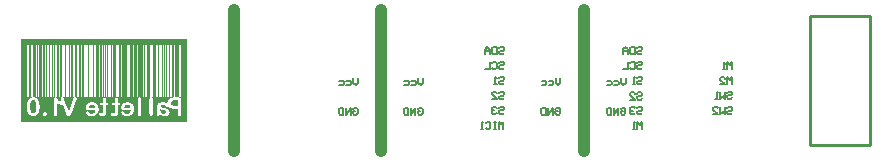
<source format=gbo>
G04 Layer_Color=32896*
%FSLAX25Y25*%
%MOIN*%
G70*
G01*
G75*
%ADD32C,0.01000*%
%ADD48C,0.00500*%
%ADD49C,0.03937*%
G36*
X77658Y9843D02*
X22532D01*
Y37303D01*
X77658D01*
Y9843D01*
D02*
G37*
%LPC*%
G36*
X35524Y35303D02*
X35012D01*
Y18128D01*
X35524D01*
Y35303D01*
D02*
G37*
G36*
X34501D02*
X33734D01*
Y18128D01*
X34501D01*
Y35303D01*
D02*
G37*
G36*
X37057D02*
X36546D01*
Y18128D01*
X37057D01*
Y35303D01*
D02*
G37*
G36*
X36290D02*
X36035D01*
Y18128D01*
X36290D01*
Y35303D01*
D02*
G37*
G36*
X31689D02*
X31178D01*
Y18128D01*
X31689D01*
Y35303D01*
D02*
G37*
G36*
X30667D02*
X30411D01*
Y18128D01*
X30667D01*
Y35303D01*
D02*
G37*
G36*
X33479D02*
X33223D01*
Y18128D01*
X33479D01*
Y35303D01*
D02*
G37*
G36*
X32712D02*
X31945D01*
Y18128D01*
X32712D01*
Y35303D01*
D02*
G37*
G36*
X42937D02*
X42426D01*
Y18128D01*
X42937D01*
Y35303D01*
D02*
G37*
G36*
X41914D02*
X41147D01*
Y18128D01*
X41914D01*
Y35303D01*
D02*
G37*
G36*
X44726D02*
X44215D01*
Y18128D01*
X44726D01*
Y35303D01*
D02*
G37*
G36*
X43959D02*
X43448D01*
Y18128D01*
X43959D01*
Y35303D01*
D02*
G37*
G36*
X39102D02*
X38847D01*
Y18128D01*
X39102D01*
Y35303D01*
D02*
G37*
G36*
X38335D02*
X37569D01*
Y18128D01*
X38335D01*
Y35303D01*
D02*
G37*
G36*
X40892D02*
X40636D01*
Y18128D01*
X40892D01*
Y35303D01*
D02*
G37*
G36*
X40380D02*
X39869D01*
Y18128D01*
X40380D01*
Y35303D01*
D02*
G37*
G36*
X57901Y16352D02*
X57792D01*
X57728Y16343D01*
X57664Y16334D01*
X57509Y16316D01*
X57327Y16279D01*
X57136Y16233D01*
X56945Y16161D01*
X56762Y16070D01*
X56753D01*
X56744Y16060D01*
X56680Y16015D01*
X56598Y15960D01*
X56498Y15869D01*
X56380Y15769D01*
X56261Y15641D01*
X56152Y15505D01*
X56052Y15341D01*
Y15332D01*
X56043Y15323D01*
X56015Y15268D01*
X55979Y15177D01*
X55933Y15067D01*
X55888Y14931D01*
X55851Y14776D01*
X55824Y14612D01*
X55815Y14439D01*
Y14421D01*
Y14366D01*
X55824Y14293D01*
X55842Y14211D01*
X55879Y14111D01*
X55915Y14020D01*
X55979Y13947D01*
X56061Y13883D01*
X56070Y13874D01*
X56106Y13865D01*
X56161Y13847D01*
X56234Y13828D01*
X56334Y13801D01*
X56453Y13783D01*
X56589Y13774D01*
X56744Y13765D01*
X58958D01*
Y13747D01*
Y13701D01*
X58949Y13628D01*
X58940Y13528D01*
X58921Y13428D01*
X58894Y13309D01*
X58858Y13191D01*
X58812Y13072D01*
X58803Y13063D01*
X58785Y13027D01*
X58748Y12972D01*
X58703Y12908D01*
X58648Y12835D01*
X58575Y12763D01*
X58502Y12699D01*
X58411Y12635D01*
X58402Y12626D01*
X58366Y12617D01*
X58311Y12589D01*
X58247Y12562D01*
X58165Y12535D01*
X58065Y12517D01*
X57956Y12498D01*
X57846Y12489D01*
X57774D01*
X57728Y12498D01*
X57610Y12508D01*
X57482Y12535D01*
X57473D01*
X57455Y12544D01*
X57418Y12553D01*
X57373Y12571D01*
X57272Y12617D01*
X57154Y12681D01*
X57145Y12690D01*
X57127Y12699D01*
X57099Y12717D01*
X57063Y12744D01*
X56963Y12817D01*
X56862Y12899D01*
X56853Y12908D01*
X56835Y12918D01*
X56808Y12945D01*
X56771Y12981D01*
X56717Y13027D01*
X56662Y13081D01*
X56516Y13218D01*
X56498Y13227D01*
X56453Y13255D01*
X56380Y13282D01*
X56270Y13291D01*
X56243D01*
X56207Y13282D01*
X56170D01*
X56079Y13246D01*
X56033Y13227D01*
X55988Y13191D01*
X55979D01*
X55970Y13173D01*
X55933Y13127D01*
X55897Y13045D01*
X55879Y12990D01*
Y12927D01*
Y12918D01*
Y12899D01*
X55888Y12863D01*
X55897Y12826D01*
X55906Y12772D01*
X55924Y12708D01*
X55961Y12635D01*
X55997Y12562D01*
X56006Y12553D01*
X56015Y12526D01*
X56052Y12489D01*
X56088Y12435D01*
X56134Y12380D01*
X56198Y12316D01*
X56270Y12243D01*
X56362Y12171D01*
X56371Y12161D01*
X56407Y12143D01*
X56462Y12107D01*
X56525Y12061D01*
X56617Y12016D01*
X56726Y11961D01*
X56844Y11915D01*
X56972Y11861D01*
X56990Y11852D01*
X57036Y11842D01*
X57108Y11824D01*
X57218Y11806D01*
X57336Y11779D01*
X57482Y11761D01*
X57646Y11751D01*
X57819Y11742D01*
X57919D01*
X58001Y11751D01*
X58092Y11761D01*
X58193Y11779D01*
X58311Y11797D01*
X58439Y11824D01*
X58712Y11897D01*
X58858Y11943D01*
X58994Y12007D01*
X59131Y12079D01*
X59268Y12161D01*
X59395Y12252D01*
X59513Y12362D01*
X59523Y12371D01*
X59541Y12389D01*
X59568Y12426D01*
X59605Y12471D01*
X59650Y12535D01*
X59705Y12617D01*
X59759Y12699D01*
X59814Y12808D01*
X59869Y12918D01*
X59923Y13045D01*
X59978Y13182D01*
X60024Y13337D01*
X60060Y13500D01*
X60088Y13665D01*
X60106Y13856D01*
X60115Y14047D01*
Y14056D01*
Y14065D01*
Y14093D01*
Y14129D01*
X60106Y14229D01*
X60097Y14348D01*
X60078Y14493D01*
X60051Y14648D01*
X60015Y14812D01*
X59969Y14976D01*
Y14986D01*
X59960Y14995D01*
X59942Y15049D01*
X59905Y15131D01*
X59860Y15231D01*
X59796Y15341D01*
X59723Y15468D01*
X59641Y15596D01*
X59541Y15714D01*
X59532Y15732D01*
X59486Y15769D01*
X59422Y15824D01*
X59340Y15887D01*
X59240Y15969D01*
X59122Y16042D01*
X58985Y16124D01*
X58830Y16188D01*
X58821D01*
X58812Y16197D01*
X58757Y16215D01*
X58666Y16243D01*
X58557Y16270D01*
X58420Y16297D01*
X58266Y16325D01*
X58083Y16343D01*
X57901Y16352D01*
D02*
G37*
G36*
X46103D02*
X45994D01*
X45930Y16343D01*
X45866Y16334D01*
X45711Y16316D01*
X45529Y16279D01*
X45338Y16233D01*
X45146Y16161D01*
X44964Y16070D01*
X44955D01*
X44946Y16060D01*
X44882Y16015D01*
X44800Y15960D01*
X44700Y15869D01*
X44582Y15769D01*
X44463Y15641D01*
X44354Y15505D01*
X44254Y15341D01*
Y15332D01*
X44245Y15323D01*
X44217Y15268D01*
X44181Y15177D01*
X44135Y15067D01*
X44090Y14931D01*
X44053Y14776D01*
X44026Y14612D01*
X44017Y14439D01*
Y14421D01*
Y14366D01*
X44026Y14293D01*
X44044Y14211D01*
X44080Y14111D01*
X44117Y14020D01*
X44181Y13947D01*
X44263Y13883D01*
X44272Y13874D01*
X44308Y13865D01*
X44363Y13847D01*
X44436Y13828D01*
X44536Y13801D01*
X44655Y13783D01*
X44791Y13774D01*
X44946Y13765D01*
X47160D01*
Y13747D01*
Y13701D01*
X47151Y13628D01*
X47142Y13528D01*
X47123Y13428D01*
X47096Y13309D01*
X47060Y13191D01*
X47014Y13072D01*
X47005Y13063D01*
X46987Y13027D01*
X46950Y12972D01*
X46905Y12908D01*
X46850Y12835D01*
X46777Y12763D01*
X46704Y12699D01*
X46613Y12635D01*
X46604Y12626D01*
X46567Y12617D01*
X46513Y12589D01*
X46449Y12562D01*
X46367Y12535D01*
X46267Y12517D01*
X46158Y12498D01*
X46048Y12489D01*
X45975D01*
X45930Y12498D01*
X45811Y12508D01*
X45684Y12535D01*
X45675D01*
X45656Y12544D01*
X45620Y12553D01*
X45575Y12571D01*
X45474Y12617D01*
X45356Y12681D01*
X45347Y12690D01*
X45329Y12699D01*
X45301Y12717D01*
X45265Y12744D01*
X45165Y12817D01*
X45064Y12899D01*
X45055Y12908D01*
X45037Y12918D01*
X45010Y12945D01*
X44973Y12981D01*
X44919Y13027D01*
X44864Y13081D01*
X44718Y13218D01*
X44700Y13227D01*
X44655Y13255D01*
X44582Y13282D01*
X44472Y13291D01*
X44445D01*
X44409Y13282D01*
X44372D01*
X44281Y13246D01*
X44235Y13227D01*
X44190Y13191D01*
X44181D01*
X44172Y13173D01*
X44135Y13127D01*
X44099Y13045D01*
X44080Y12990D01*
Y12927D01*
Y12918D01*
Y12899D01*
X44090Y12863D01*
X44099Y12826D01*
X44108Y12772D01*
X44126Y12708D01*
X44162Y12635D01*
X44199Y12562D01*
X44208Y12553D01*
X44217Y12526D01*
X44254Y12489D01*
X44290Y12435D01*
X44336Y12380D01*
X44399Y12316D01*
X44472Y12243D01*
X44563Y12171D01*
X44572Y12161D01*
X44609Y12143D01*
X44664Y12107D01*
X44727Y12061D01*
X44818Y12016D01*
X44928Y11961D01*
X45046Y11915D01*
X45174Y11861D01*
X45192Y11852D01*
X45237Y11842D01*
X45310Y11824D01*
X45420Y11806D01*
X45538Y11779D01*
X45684Y11761D01*
X45848Y11751D01*
X46021Y11742D01*
X46121D01*
X46203Y11751D01*
X46294Y11761D01*
X46395Y11779D01*
X46513Y11797D01*
X46640Y11824D01*
X46914Y11897D01*
X47060Y11943D01*
X47196Y12007D01*
X47333Y12079D01*
X47469Y12161D01*
X47597Y12252D01*
X47715Y12362D01*
X47725Y12371D01*
X47743Y12389D01*
X47770Y12426D01*
X47807Y12471D01*
X47852Y12535D01*
X47907Y12617D01*
X47961Y12699D01*
X48016Y12808D01*
X48071Y12918D01*
X48125Y13045D01*
X48180Y13182D01*
X48226Y13337D01*
X48262Y13500D01*
X48289Y13665D01*
X48308Y13856D01*
X48317Y14047D01*
Y14056D01*
Y14065D01*
Y14093D01*
Y14129D01*
X48308Y14229D01*
X48298Y14348D01*
X48280Y14493D01*
X48253Y14648D01*
X48217Y14812D01*
X48171Y14976D01*
Y14986D01*
X48162Y14995D01*
X48144Y15049D01*
X48107Y15131D01*
X48062Y15231D01*
X47998Y15341D01*
X47925Y15468D01*
X47843Y15596D01*
X47743Y15714D01*
X47734Y15732D01*
X47688Y15769D01*
X47624Y15824D01*
X47542Y15887D01*
X47442Y15969D01*
X47324Y16042D01*
X47187Y16124D01*
X47032Y16188D01*
X47023D01*
X47014Y16197D01*
X46959Y16215D01*
X46868Y16243D01*
X46759Y16270D01*
X46622Y16297D01*
X46467Y16325D01*
X46285Y16343D01*
X46103Y16352D01*
D02*
G37*
G36*
X54201Y17883D02*
X54164D01*
X54119Y17873D01*
X54073Y17864D01*
X54009Y17846D01*
X53946Y17810D01*
X53873Y17773D01*
X53809Y17718D01*
X53800Y17709D01*
X53791Y17700D01*
X53745Y17646D01*
X53700Y17564D01*
X53663Y17454D01*
Y17445D01*
X53654Y17427D01*
Y17391D01*
X53645Y17345D01*
X53636Y17281D01*
Y17199D01*
X53627Y17108D01*
Y17008D01*
Y16243D01*
X53180D01*
X53135Y16233D01*
X53080Y16224D01*
X52962Y16197D01*
X52907Y16161D01*
X52852Y16124D01*
X52843Y16115D01*
X52834Y16106D01*
X52816Y16079D01*
X52789Y16051D01*
X52743Y15951D01*
X52734Y15897D01*
X52725Y15833D01*
Y15824D01*
Y15796D01*
X52734Y15760D01*
X52743Y15705D01*
X52770Y15660D01*
X52798Y15605D01*
X52843Y15550D01*
X52907Y15514D01*
X52916D01*
X52943Y15505D01*
X52980Y15486D01*
X53035Y15477D01*
X53108Y15459D01*
X53199Y15441D01*
X53299Y15432D01*
X53627D01*
Y13346D01*
Y13337D01*
Y13300D01*
Y13255D01*
Y13200D01*
X53618Y13063D01*
Y13000D01*
X53609Y12936D01*
Y12927D01*
Y12908D01*
X53590Y12854D01*
X53563Y12772D01*
X53517Y12699D01*
X53499Y12690D01*
X53454Y12662D01*
X53372Y12626D01*
X53317Y12617D01*
X53180D01*
X53098Y12626D01*
X52980Y12644D01*
X52971D01*
X52953Y12653D01*
X52916D01*
X52880Y12662D01*
X52798Y12672D01*
X52716Y12681D01*
X52688D01*
X52634Y12672D01*
X52552Y12635D01*
X52515Y12608D01*
X52470Y12571D01*
X52461Y12562D01*
X52451Y12553D01*
X52415Y12498D01*
X52379Y12407D01*
X52360Y12353D01*
Y12298D01*
Y12289D01*
Y12252D01*
X52379Y12207D01*
X52397Y12143D01*
X52433Y12079D01*
X52488Y12007D01*
X52561Y11943D01*
X52661Y11879D01*
X52670Y11870D01*
X52716Y11861D01*
X52780Y11833D01*
X52880Y11815D01*
X52998Y11788D01*
X53144Y11761D01*
X53317Y11751D01*
X53517Y11742D01*
X53599D01*
X53700Y11751D01*
X53818Y11761D01*
X53946Y11788D01*
X54082Y11815D01*
X54210Y11861D01*
X54319Y11915D01*
X54328Y11925D01*
X54365Y11952D01*
X54410Y11988D01*
X54465Y12043D01*
X54529Y12116D01*
X54583Y12198D01*
X54638Y12298D01*
X54674Y12407D01*
Y12426D01*
X54684Y12462D01*
X54702Y12535D01*
X54711Y12635D01*
X54729Y12754D01*
X54747Y12899D01*
X54756Y13063D01*
Y13255D01*
Y15432D01*
X54948D01*
X54993Y15441D01*
X55048Y15450D01*
X55175Y15477D01*
X55230Y15505D01*
X55285Y15541D01*
X55294Y15550D01*
X55303Y15559D01*
X55321Y15587D01*
X55348Y15623D01*
X55394Y15714D01*
X55403Y15769D01*
X55412Y15833D01*
Y15842D01*
Y15860D01*
X55403Y15897D01*
X55394Y15942D01*
X55376Y15988D01*
X55358Y16033D01*
X55321Y16079D01*
X55276Y16124D01*
X55266Y16133D01*
X55248Y16142D01*
X55221Y16161D01*
X55175Y16188D01*
X55121Y16206D01*
X55048Y16224D01*
X54975Y16233D01*
X54884Y16243D01*
X54756D01*
Y16917D01*
Y16926D01*
Y16962D01*
Y17008D01*
Y17072D01*
Y17217D01*
X54747Y17281D01*
Y17345D01*
Y17354D01*
Y17372D01*
X54738Y17400D01*
X54729Y17436D01*
X54702Y17527D01*
X54665Y17618D01*
Y17627D01*
X54656Y17637D01*
X54620Y17691D01*
X54565Y17746D01*
X54483Y17810D01*
X54474D01*
X54465Y17819D01*
X54438Y17837D01*
X54401Y17846D01*
X54310Y17873D01*
X54201Y17883D01*
D02*
G37*
G36*
X50268D02*
X50231D01*
X50186Y17873D01*
X50140Y17864D01*
X50077Y17846D01*
X50013Y17810D01*
X49940Y17773D01*
X49876Y17718D01*
X49867Y17709D01*
X49858Y17700D01*
X49812Y17646D01*
X49767Y17564D01*
X49731Y17454D01*
Y17445D01*
X49721Y17427D01*
Y17391D01*
X49712Y17345D01*
X49703Y17281D01*
Y17199D01*
X49694Y17108D01*
Y17008D01*
Y16243D01*
X49248D01*
X49202Y16233D01*
X49147Y16224D01*
X49029Y16197D01*
X48974Y16161D01*
X48920Y16124D01*
X48911Y16115D01*
X48902Y16106D01*
X48883Y16079D01*
X48856Y16051D01*
X48810Y15951D01*
X48801Y15897D01*
X48792Y15833D01*
Y15824D01*
Y15796D01*
X48801Y15760D01*
X48810Y15705D01*
X48838Y15660D01*
X48865Y15605D01*
X48911Y15550D01*
X48974Y15514D01*
X48983D01*
X49011Y15505D01*
X49047Y15486D01*
X49102Y15477D01*
X49175Y15459D01*
X49266Y15441D01*
X49366Y15432D01*
X49694D01*
Y13346D01*
Y13337D01*
Y13300D01*
Y13255D01*
Y13200D01*
X49685Y13063D01*
Y13000D01*
X49676Y12936D01*
Y12927D01*
Y12908D01*
X49658Y12854D01*
X49630Y12772D01*
X49585Y12699D01*
X49567Y12690D01*
X49521Y12662D01*
X49439Y12626D01*
X49384Y12617D01*
X49248D01*
X49166Y12626D01*
X49047Y12644D01*
X49038D01*
X49020Y12653D01*
X48983D01*
X48947Y12662D01*
X48865Y12672D01*
X48783Y12681D01*
X48756D01*
X48701Y12672D01*
X48619Y12635D01*
X48583Y12608D01*
X48537Y12571D01*
X48528Y12562D01*
X48519Y12553D01*
X48482Y12498D01*
X48446Y12407D01*
X48428Y12353D01*
Y12298D01*
Y12289D01*
Y12252D01*
X48446Y12207D01*
X48464Y12143D01*
X48501Y12079D01*
X48555Y12007D01*
X48628Y11943D01*
X48728Y11879D01*
X48737Y11870D01*
X48783Y11861D01*
X48847Y11833D01*
X48947Y11815D01*
X49065Y11788D01*
X49211Y11761D01*
X49384Y11751D01*
X49585Y11742D01*
X49667D01*
X49767Y11751D01*
X49885Y11761D01*
X50013Y11788D01*
X50150Y11815D01*
X50277Y11861D01*
X50386Y11915D01*
X50396Y11925D01*
X50432Y11952D01*
X50477Y11988D01*
X50532Y12043D01*
X50596Y12116D01*
X50651Y12198D01*
X50705Y12298D01*
X50742Y12407D01*
Y12426D01*
X50751Y12462D01*
X50769Y12535D01*
X50778Y12635D01*
X50796Y12754D01*
X50815Y12899D01*
X50824Y13063D01*
Y13255D01*
Y15432D01*
X51015D01*
X51060Y15441D01*
X51115Y15450D01*
X51243Y15477D01*
X51297Y15505D01*
X51352Y15541D01*
X51361Y15550D01*
X51370Y15559D01*
X51389Y15587D01*
X51416Y15623D01*
X51461Y15714D01*
X51471Y15769D01*
X51480Y15833D01*
Y15842D01*
Y15860D01*
X51471Y15897D01*
X51461Y15942D01*
X51443Y15988D01*
X51425Y16033D01*
X51389Y16079D01*
X51343Y16124D01*
X51334Y16133D01*
X51316Y16142D01*
X51288Y16161D01*
X51243Y16188D01*
X51188Y16206D01*
X51115Y16224D01*
X51042Y16233D01*
X50951Y16243D01*
X50824D01*
Y16917D01*
Y16926D01*
Y16962D01*
Y17008D01*
Y17072D01*
Y17217D01*
X50815Y17281D01*
Y17345D01*
Y17354D01*
Y17372D01*
X50805Y17400D01*
X50796Y17436D01*
X50769Y17527D01*
X50733Y17618D01*
Y17627D01*
X50723Y17637D01*
X50687Y17691D01*
X50632Y17746D01*
X50550Y17810D01*
X50541D01*
X50532Y17819D01*
X50505Y17837D01*
X50468Y17846D01*
X50377Y17873D01*
X50268Y17883D01*
D02*
G37*
G36*
X61907Y18028D02*
X61861D01*
X61816Y18019D01*
X61761Y18010D01*
X61697Y17983D01*
X61624Y17955D01*
X61560Y17910D01*
X61497Y17855D01*
X61488Y17846D01*
X61469Y17819D01*
X61442Y17782D01*
X61415Y17728D01*
X61387Y17655D01*
X61360Y17564D01*
X61342Y17454D01*
X61333Y17336D01*
Y12426D01*
Y12407D01*
Y12371D01*
X61342Y12307D01*
X61351Y12234D01*
X61369Y12143D01*
X61406Y12061D01*
X61442Y11979D01*
X61497Y11906D01*
X61506Y11897D01*
X61524Y11879D01*
X61560Y11852D01*
X61606Y11824D01*
X61661Y11797D01*
X61734Y11770D01*
X61816Y11751D01*
X61907Y11742D01*
X61943D01*
X61989Y11751D01*
X62052Y11761D01*
X62116Y11788D01*
X62180Y11815D01*
X62244Y11861D01*
X62308Y11915D01*
X62317Y11925D01*
X62335Y11952D01*
X62353Y11988D01*
X62380Y12052D01*
X62417Y12116D01*
X62435Y12207D01*
X62453Y12307D01*
X62462Y12426D01*
Y17336D01*
Y17354D01*
Y17391D01*
X62453Y17454D01*
X62444Y17527D01*
X62426Y17609D01*
X62399Y17691D01*
X62362Y17773D01*
X62317Y17846D01*
X62308Y17855D01*
X62289Y17873D01*
X62253Y17901D01*
X62207Y17937D01*
X62153Y17974D01*
X62080Y18001D01*
X61998Y18019D01*
X61907Y18028D01*
D02*
G37*
G36*
X30440Y12990D02*
X30395D01*
X30349Y12981D01*
X30286Y12972D01*
X30213Y12945D01*
X30140Y12918D01*
X30067Y12872D01*
X29994Y12808D01*
X29985Y12799D01*
X29967Y12772D01*
X29930Y12735D01*
X29894Y12690D01*
X29866Y12626D01*
X29830Y12544D01*
X29812Y12462D01*
X29803Y12371D01*
Y12362D01*
Y12325D01*
X29812Y12271D01*
X29830Y12198D01*
X29848Y12125D01*
X29885Y12052D01*
X29930Y11970D01*
X29994Y11906D01*
X30003Y11897D01*
X30031Y11879D01*
X30067Y11852D01*
X30112Y11824D01*
X30176Y11797D01*
X30249Y11770D01*
X30331Y11751D01*
X30422Y11742D01*
X30468D01*
X30513Y11751D01*
X30577Y11761D01*
X30650Y11779D01*
X30723Y11815D01*
X30796Y11852D01*
X30869Y11906D01*
X30878Y11915D01*
X30896Y11934D01*
X30923Y11970D01*
X30960Y12025D01*
X30996Y12088D01*
X31023Y12171D01*
X31042Y12262D01*
X31051Y12371D01*
Y12380D01*
Y12416D01*
X31042Y12462D01*
X31033Y12517D01*
X31005Y12580D01*
X30978Y12653D01*
X30932Y12726D01*
X30878Y12799D01*
X30869Y12808D01*
X30841Y12826D01*
X30805Y12863D01*
X30750Y12899D01*
X30686Y12927D01*
X30613Y12963D01*
X30531Y12981D01*
X30440Y12990D01*
D02*
G37*
G36*
X26531Y17974D02*
X26458D01*
X26376Y17964D01*
X26275Y17955D01*
X26157Y17937D01*
X26020Y17910D01*
X25893Y17873D01*
X25756Y17828D01*
X25738Y17819D01*
X25701Y17800D01*
X25629Y17773D01*
X25547Y17728D01*
X25455Y17664D01*
X25355Y17600D01*
X25246Y17518D01*
X25146Y17418D01*
X25137Y17409D01*
X25100Y17372D01*
X25055Y17318D01*
X24991Y17236D01*
X24918Y17144D01*
X24845Y17026D01*
X24772Y16899D01*
X24699Y16762D01*
Y16753D01*
X24681Y16735D01*
X24672Y16689D01*
X24645Y16634D01*
X24626Y16562D01*
X24599Y16479D01*
X24572Y16379D01*
X24535Y16261D01*
X24508Y16133D01*
X24481Y15988D01*
X24453Y15833D01*
X24426Y15660D01*
X24408Y15468D01*
X24390Y15268D01*
X24381Y15049D01*
Y14821D01*
Y14812D01*
Y14794D01*
Y14758D01*
Y14712D01*
Y14648D01*
Y14585D01*
X24390Y14421D01*
X24399Y14239D01*
X24417Y14047D01*
X24444Y13847D01*
X24472Y13655D01*
Y13646D01*
Y13637D01*
X24481Y13610D01*
X24490Y13573D01*
X24508Y13482D01*
X24535Y13364D01*
X24581Y13218D01*
X24636Y13072D01*
X24699Y12918D01*
X24772Y12763D01*
Y12754D01*
X24781Y12744D01*
X24800Y12717D01*
X24827Y12681D01*
X24882Y12599D01*
X24973Y12489D01*
X25073Y12371D01*
X25200Y12243D01*
X25346Y12125D01*
X25510Y12016D01*
X25519D01*
X25528Y12007D01*
X25556Y11988D01*
X25592Y11979D01*
X25683Y11934D01*
X25802Y11888D01*
X25947Y11833D01*
X26120Y11797D01*
X26303Y11761D01*
X26503Y11751D01*
X26567D01*
X26612Y11761D01*
X26667D01*
X26731Y11770D01*
X26877Y11797D01*
X27059Y11842D01*
X27241Y11897D01*
X27441Y11988D01*
X27633Y12107D01*
X27642D01*
X27651Y12125D01*
X27678Y12143D01*
X27715Y12171D01*
X27806Y12252D01*
X27906Y12362D01*
X28034Y12508D01*
X28152Y12672D01*
X28271Y12872D01*
X28380Y13091D01*
X28389Y13109D01*
X28398Y13154D01*
X28425Y13218D01*
X28453Y13318D01*
X28480Y13428D01*
X28517Y13555D01*
X28544Y13701D01*
X28571Y13847D01*
Y13856D01*
Y13865D01*
X28580Y13920D01*
X28589Y14002D01*
X28598Y14120D01*
X28608Y14257D01*
X28617Y14412D01*
X28626Y14575D01*
Y14758D01*
Y14767D01*
Y14785D01*
Y14821D01*
Y14867D01*
Y14913D01*
Y14976D01*
X28617Y15131D01*
X28608Y15304D01*
X28598Y15496D01*
X28580Y15687D01*
X28562Y15878D01*
Y15887D01*
Y15906D01*
X28553Y15924D01*
Y15960D01*
X28535Y16060D01*
X28507Y16179D01*
X28480Y16316D01*
X28444Y16461D01*
X28407Y16607D01*
X28352Y16753D01*
Y16762D01*
X28343Y16780D01*
X28325Y16807D01*
X28307Y16853D01*
X28252Y16953D01*
X28179Y17090D01*
X28079Y17236D01*
X27961Y17381D01*
X27815Y17527D01*
X27651Y17655D01*
X27642D01*
X27633Y17673D01*
X27606Y17682D01*
X27569Y17709D01*
X27523Y17728D01*
X27469Y17755D01*
X27332Y17819D01*
X27168Y17873D01*
X26977Y17928D01*
X26767Y17964D01*
X26531Y17974D01*
D02*
G37*
G36*
X65839Y18028D02*
X65794D01*
X65748Y18019D01*
X65694Y18010D01*
X65630Y17983D01*
X65557Y17955D01*
X65493Y17910D01*
X65429Y17855D01*
X65420Y17846D01*
X65402Y17819D01*
X65375Y17782D01*
X65347Y17728D01*
X65320Y17655D01*
X65293Y17564D01*
X65275Y17454D01*
X65265Y17336D01*
Y12426D01*
Y12407D01*
Y12371D01*
X65275Y12307D01*
X65284Y12234D01*
X65302Y12143D01*
X65338Y12061D01*
X65375Y11979D01*
X65429Y11906D01*
X65438Y11897D01*
X65457Y11879D01*
X65493Y11852D01*
X65539Y11824D01*
X65593Y11797D01*
X65666Y11770D01*
X65748Y11751D01*
X65839Y11742D01*
X65876D01*
X65921Y11751D01*
X65985Y11761D01*
X66049Y11788D01*
X66113Y11815D01*
X66176Y11861D01*
X66240Y11915D01*
X66249Y11925D01*
X66268Y11952D01*
X66286Y11988D01*
X66313Y12052D01*
X66350Y12116D01*
X66368Y12207D01*
X66386Y12307D01*
X66395Y12426D01*
Y17336D01*
Y17354D01*
Y17391D01*
X66386Y17454D01*
X66377Y17527D01*
X66359Y17609D01*
X66331Y17691D01*
X66295Y17773D01*
X66249Y17846D01*
X66240Y17855D01*
X66222Y17873D01*
X66186Y17901D01*
X66140Y17937D01*
X66085Y17974D01*
X66013Y18001D01*
X65930Y18019D01*
X65839Y18028D01*
D02*
G37*
G36*
X27855Y35303D02*
X27343D01*
Y18128D01*
X27855D01*
Y35303D01*
D02*
G37*
G36*
X26577D02*
X25810D01*
Y18128D01*
X26577D01*
Y35303D01*
D02*
G37*
G36*
X29900D02*
X29388D01*
Y18128D01*
X29900D01*
Y35303D01*
D02*
G37*
G36*
X28366D02*
X28110D01*
Y18128D01*
X28366D01*
Y35303D01*
D02*
G37*
G36*
X75085Y17928D02*
X73327D01*
X73254Y17919D01*
X73099D01*
X72926Y17901D01*
X72753Y17883D01*
X72580Y17855D01*
X72425Y17819D01*
X72407Y17810D01*
X72361Y17800D01*
X72288Y17773D01*
X72206Y17737D01*
X72106Y17682D01*
X71997Y17627D01*
X71887Y17545D01*
X71778Y17463D01*
X71769Y17454D01*
X71732Y17418D01*
X71687Y17372D01*
X71623Y17299D01*
X71559Y17217D01*
X71487Y17117D01*
X71423Y17008D01*
X71368Y16880D01*
X71359Y16862D01*
X71341Y16817D01*
X71323Y16744D01*
X71295Y16653D01*
X71268Y16534D01*
X71241Y16407D01*
X71231Y16261D01*
X71222Y16097D01*
Y16088D01*
Y16060D01*
Y16006D01*
X71225Y15987D01*
X71175Y16024D01*
X71038Y16097D01*
X70884Y16170D01*
X70874D01*
X70865Y16179D01*
X70838Y16188D01*
X70802Y16197D01*
X70756Y16215D01*
X70701Y16224D01*
X70574Y16261D01*
X70410Y16297D01*
X70218Y16325D01*
X70000Y16343D01*
X69763Y16352D01*
X69635D01*
X69581Y16343D01*
X69508D01*
X69335Y16334D01*
X69143Y16306D01*
X68952Y16279D01*
X68761Y16233D01*
X68588Y16170D01*
X68579D01*
X68570Y16161D01*
X68515Y16133D01*
X68442Y16097D01*
X68351Y16033D01*
X68251Y15960D01*
X68151Y15860D01*
X68059Y15751D01*
X67987Y15614D01*
X67977Y15596D01*
X67959Y15541D01*
X67932Y15459D01*
X67895Y15341D01*
X67868Y15195D01*
X67841Y15022D01*
X67822Y14831D01*
X67813Y14603D01*
Y14585D01*
Y14539D01*
Y14457D01*
Y14366D01*
Y14257D01*
Y14147D01*
Y14029D01*
Y13920D01*
Y13911D01*
Y13874D01*
Y13819D01*
Y13737D01*
Y13646D01*
Y13546D01*
Y13437D01*
Y13309D01*
Y13291D01*
Y13255D01*
X67804Y13191D01*
Y13109D01*
X67786Y13009D01*
X67768Y12890D01*
X67750Y12772D01*
X67713Y12644D01*
X67704Y12626D01*
X67695Y12589D01*
X67677Y12526D01*
X67659Y12462D01*
X67640Y12380D01*
X67622Y12307D01*
X67604Y12243D01*
Y12198D01*
Y12189D01*
Y12171D01*
X67613Y12134D01*
X67622Y12098D01*
X67640Y12043D01*
X67677Y11988D01*
X67713Y11934D01*
X67768Y11879D01*
X67777Y11870D01*
X67795Y11861D01*
X67832Y11833D01*
X67877Y11815D01*
X67932Y11788D01*
X67996Y11761D01*
X68068Y11751D01*
X68141Y11742D01*
X68169D01*
X68205Y11751D01*
X68251Y11761D01*
X68305Y11779D01*
X68360Y11806D01*
X68424Y11842D01*
X68488Y11897D01*
X68497Y11906D01*
X68515Y11925D01*
X68551Y11970D01*
X68597Y12016D01*
X68642Y12088D01*
X68706Y12171D01*
X68770Y12262D01*
X68843Y12371D01*
X68861Y12353D01*
X68916Y12316D01*
X68989Y12262D01*
X69098Y12189D01*
X69216Y12116D01*
X69353Y12034D01*
X69499Y11961D01*
X69644Y11897D01*
X69663Y11888D01*
X69708Y11870D01*
X69790Y11852D01*
X69890Y11824D01*
X70018Y11788D01*
X70164Y11770D01*
X70328Y11751D01*
X70501Y11742D01*
X70574D01*
X70656Y11751D01*
X70756Y11761D01*
X70884Y11779D01*
X71011Y11815D01*
X71139Y11852D01*
X71266Y11906D01*
X71284Y11915D01*
X71321Y11943D01*
X71375Y11979D01*
X71448Y12034D01*
X71530Y12098D01*
X71621Y12180D01*
X71703Y12271D01*
X71776Y12371D01*
X71785Y12389D01*
X71804Y12426D01*
X71831Y12480D01*
X71858Y12562D01*
X71895Y12662D01*
X71922Y12772D01*
X71940Y12890D01*
X71949Y13018D01*
Y13027D01*
Y13036D01*
Y13063D01*
X71940Y13100D01*
X71931Y13182D01*
X71913Y13291D01*
X71877Y13419D01*
X71822Y13546D01*
X71758Y13683D01*
X71658Y13810D01*
X71640Y13828D01*
X71603Y13865D01*
X71539Y13920D01*
X71448Y13993D01*
X71330Y14065D01*
X71193Y14129D01*
X71029Y14202D01*
X70847Y14248D01*
X70838D01*
X70820Y14257D01*
X70792D01*
X70738Y14275D01*
X70674Y14284D01*
X70574Y14302D01*
X70464Y14330D01*
X70319Y14357D01*
X70301D01*
X70246Y14375D01*
X70164Y14393D01*
X70064Y14412D01*
X69954Y14439D01*
X69827Y14466D01*
X69708Y14493D01*
X69590Y14521D01*
X69572D01*
X69535Y14530D01*
X69472Y14548D01*
X69389Y14575D01*
X69289Y14594D01*
X69171Y14630D01*
X69052Y14667D01*
X68916Y14703D01*
Y14712D01*
Y14721D01*
X68925Y14776D01*
X68934Y14858D01*
X68952Y14949D01*
X68970Y15058D01*
X69007Y15168D01*
X69052Y15268D01*
X69107Y15359D01*
X69116Y15368D01*
X69134Y15395D01*
X69180Y15423D01*
X69244Y15468D01*
X69335Y15505D01*
X69453Y15532D01*
X69590Y15559D01*
X69763Y15568D01*
X69836D01*
X69909Y15559D01*
X70000Y15550D01*
X70109Y15541D01*
X70218Y15514D01*
X70319Y15486D01*
X70410Y15441D01*
X70419Y15432D01*
X70446Y15423D01*
X70483Y15386D01*
X70537Y15350D01*
X70601Y15304D01*
X70656Y15240D01*
X70719Y15168D01*
X70783Y15077D01*
X70792Y15067D01*
X70811Y15040D01*
X70838Y14995D01*
X70865Y14949D01*
X70938Y14849D01*
X70975Y14803D01*
X71002Y14767D01*
X71011Y14758D01*
X71029Y14749D01*
X71057Y14730D01*
X71102Y14721D01*
X71148Y14703D01*
X71211Y14694D01*
X71312D01*
X71348Y14703D01*
X71394Y14712D01*
X71503Y14749D01*
X71558Y14776D01*
X71612Y14812D01*
X71621Y14821D01*
X71631Y14831D01*
X71643Y14843D01*
X71696Y14785D01*
X71796Y14685D01*
X71805Y14676D01*
X71824Y14667D01*
X71860Y14639D01*
X71906Y14612D01*
X71960Y14575D01*
X72033Y14539D01*
X72124Y14493D01*
X72224Y14448D01*
X72343Y14402D01*
X72470Y14357D01*
X72607Y14320D01*
X72762Y14284D01*
X72926Y14257D01*
X73108Y14229D01*
X73299Y14220D01*
X73509Y14211D01*
X74629D01*
Y12489D01*
Y12471D01*
Y12426D01*
X74639Y12362D01*
X74648Y12280D01*
X74675Y12189D01*
X74702Y12098D01*
X74748Y12007D01*
X74812Y11925D01*
X74821Y11915D01*
X74839Y11897D01*
X74884Y11870D01*
X74930Y11833D01*
X74994Y11797D01*
X75067Y11770D01*
X75158Y11751D01*
X75249Y11742D01*
X75295D01*
X75340Y11751D01*
X75404Y11770D01*
X75477Y11788D01*
X75550Y11815D01*
X75622Y11861D01*
X75695Y11925D01*
X75704Y11934D01*
X75723Y11961D01*
X75750Y12007D01*
X75777Y12070D01*
X75805Y12143D01*
X75832Y12243D01*
X75850Y12353D01*
X75859Y12480D01*
Y17172D01*
Y17181D01*
Y17190D01*
Y17236D01*
X75850Y17309D01*
X75832Y17391D01*
X75814Y17491D01*
X75786Y17582D01*
X75741Y17673D01*
X75677Y17746D01*
X75668Y17755D01*
X75641Y17773D01*
X75595Y17800D01*
X75531Y17837D01*
X75449Y17873D01*
X75349Y17901D01*
X75231Y17919D01*
X75085Y17928D01*
D02*
G37*
G36*
X40374Y18028D02*
X40319D01*
X40264Y18019D01*
X40201Y18001D01*
X40128Y17983D01*
X40055Y17946D01*
X39982Y17892D01*
X39927Y17828D01*
X39918Y17819D01*
X39909Y17791D01*
X39882Y17746D01*
X39845Y17682D01*
X39809Y17591D01*
X39764Y17491D01*
X39718Y17363D01*
X39663Y17217D01*
X38278Y13145D01*
X36903Y17245D01*
X36894Y17263D01*
X36885Y17299D01*
X36867Y17354D01*
X36839Y17418D01*
X36784Y17564D01*
X36757Y17637D01*
X36739Y17691D01*
Y17700D01*
X36730Y17709D01*
X36693Y17764D01*
X36639Y17837D01*
X36566Y17919D01*
X36557Y17928D01*
X36538Y17937D01*
X36511Y17955D01*
X36475Y17974D01*
X36429Y17992D01*
X36365Y18010D01*
X36292Y18028D01*
X36165D01*
X36129Y18019D01*
X36028Y17992D01*
X35928Y17946D01*
X35919D01*
X35901Y17928D01*
X35846Y17892D01*
X35782Y17828D01*
X35719Y17737D01*
Y17728D01*
X35710Y17718D01*
X35691Y17691D01*
X35673Y17655D01*
X35646Y17573D01*
X35637Y17472D01*
Y17454D01*
Y17418D01*
X35646Y17354D01*
X35664Y17272D01*
Y17254D01*
X35682Y17208D01*
X35700Y17144D01*
X35728Y17063D01*
X35737Y17044D01*
X35746Y16999D01*
X35773Y16935D01*
X35801Y16862D01*
X36018Y16277D01*
X35981Y16297D01*
X35881Y16352D01*
X35762Y16407D01*
X35753D01*
X35744Y16416D01*
X35717Y16434D01*
X35680Y16452D01*
X35589Y16498D01*
X35471Y16562D01*
X35343Y16634D01*
X35216Y16716D01*
X35079Y16807D01*
X34961Y16899D01*
X34952Y16908D01*
X34906Y16944D01*
X34851Y16999D01*
X34778Y17072D01*
X34696Y17154D01*
X34615Y17254D01*
X34523Y17363D01*
X34432Y17482D01*
X34423Y17500D01*
X34396Y17536D01*
X34350Y17591D01*
X34305Y17655D01*
X34250Y17728D01*
X34205Y17791D01*
X34159Y17846D01*
X34123Y17883D01*
X34104Y17892D01*
X34059Y17928D01*
X34022Y17937D01*
X33977Y17955D01*
X33922Y17964D01*
X33822D01*
X33786Y17955D01*
X33731Y17946D01*
X33676Y17919D01*
X33612Y17892D01*
X33558Y17846D01*
X33503Y17791D01*
X33494Y17782D01*
X33485Y17764D01*
X33458Y17718D01*
X33430Y17664D01*
X33412Y17600D01*
X33385Y17518D01*
X33376Y17427D01*
X33367Y17318D01*
Y12571D01*
Y12562D01*
Y12535D01*
Y12498D01*
X33376Y12444D01*
X33385Y12380D01*
X33394Y12307D01*
X33439Y12161D01*
X33503Y12007D01*
X33549Y11934D01*
X33612Y11870D01*
X33676Y11815D01*
X33749Y11779D01*
X33840Y11751D01*
X33940Y11742D01*
X33986D01*
X34032Y11751D01*
X34086Y11761D01*
X34150Y11779D01*
X34223Y11815D01*
X34287Y11852D01*
X34350Y11906D01*
X34359Y11915D01*
X34369Y11943D01*
X34396Y11979D01*
X34423Y12034D01*
X34451Y12107D01*
X34469Y12189D01*
X34487Y12289D01*
X34496Y12407D01*
Y16188D01*
X34505Y16179D01*
X34542Y16152D01*
X34596Y16115D01*
X34669Y16060D01*
X34751Y15997D01*
X34851Y15933D01*
X34952Y15860D01*
X35070Y15787D01*
X35307Y15632D01*
X35425Y15568D01*
X35544Y15505D01*
X35653Y15450D01*
X35753Y15414D01*
X35844Y15386D01*
X35917Y15377D01*
X35945D01*
X35981Y15386D01*
X36018Y15395D01*
X36072Y15414D01*
X36118Y15432D01*
X36172Y15468D01*
X36227Y15514D01*
X36236Y15523D01*
X36245Y15541D01*
X36273Y15568D01*
X36278Y15578D01*
X37276Y12890D01*
Y12881D01*
X37295Y12854D01*
X37304Y12808D01*
X37331Y12754D01*
X37349Y12681D01*
X37377Y12608D01*
X37440Y12453D01*
Y12444D01*
X37449Y12416D01*
X37468Y12380D01*
X37486Y12325D01*
X37550Y12207D01*
X37623Y12088D01*
Y12079D01*
X37641Y12061D01*
X37659Y12034D01*
X37696Y11997D01*
X37778Y11915D01*
X37896Y11842D01*
X37905D01*
X37923Y11824D01*
X37960Y11815D01*
X38005Y11797D01*
X38069Y11779D01*
X38142Y11761D01*
X38224Y11751D01*
X38315Y11742D01*
X38351D01*
X38406Y11751D01*
X38461D01*
X38597Y11788D01*
X38670Y11806D01*
X38734Y11842D01*
X38743D01*
X38761Y11861D01*
X38798Y11879D01*
X38834Y11906D01*
X38925Y11988D01*
X39016Y12088D01*
Y12098D01*
X39035Y12116D01*
X39053Y12152D01*
X39080Y12198D01*
X39107Y12252D01*
X39135Y12316D01*
X39199Y12453D01*
Y12462D01*
X39208Y12489D01*
X39226Y12535D01*
X39244Y12589D01*
X39272Y12653D01*
X39299Y12726D01*
X39353Y12890D01*
X40802Y16826D01*
Y16835D01*
X40811Y16844D01*
X40829Y16890D01*
X40848Y16962D01*
X40884Y17035D01*
Y17044D01*
X40893Y17053D01*
X40902Y17108D01*
X40929Y17181D01*
X40948Y17263D01*
Y17272D01*
Y17281D01*
X40957Y17336D01*
X40966Y17400D01*
Y17463D01*
Y17472D01*
Y17500D01*
X40957Y17536D01*
X40948Y17591D01*
X40929Y17646D01*
X40893Y17709D01*
X40857Y17782D01*
X40802Y17846D01*
X40793Y17855D01*
X40775Y17873D01*
X40729Y17901D01*
X40684Y17937D01*
X40620Y17974D01*
X40547Y18001D01*
X40465Y18019D01*
X40374Y18028D01*
D02*
G37*
G36*
X25554Y35303D02*
X25298D01*
Y18128D01*
X25554D01*
Y35303D01*
D02*
G37*
G36*
X25043D02*
X24532D01*
Y18128D01*
X25043D01*
Y35303D01*
D02*
G37*
G36*
X66455D02*
X66199D01*
Y18128D01*
X66455D01*
Y35303D01*
D02*
G37*
G36*
X65943D02*
X65432D01*
Y18128D01*
X65943D01*
Y35303D01*
D02*
G37*
G36*
X68244D02*
X67477D01*
Y18128D01*
X68244D01*
Y35303D01*
D02*
G37*
G36*
X67222D02*
X66966D01*
Y18128D01*
X67222D01*
Y35303D01*
D02*
G37*
G36*
X62876D02*
X62620D01*
Y18128D01*
X62876D01*
Y35303D01*
D02*
G37*
G36*
X61598D02*
X61087D01*
Y18128D01*
X61598D01*
Y35303D01*
D02*
G37*
G36*
X64410D02*
X63898D01*
Y18128D01*
X64410D01*
Y35303D01*
D02*
G37*
G36*
X63387D02*
X63132D01*
Y18128D01*
X63387D01*
Y35303D01*
D02*
G37*
G36*
X73612D02*
X73357D01*
Y18128D01*
X73612D01*
Y35303D01*
D02*
G37*
G36*
X72846D02*
X72079D01*
Y18128D01*
X72846D01*
Y35303D01*
D02*
G37*
G36*
X75657D02*
X75146D01*
Y18128D01*
X75657D01*
Y35303D01*
D02*
G37*
G36*
X74891D02*
X74635D01*
Y18128D01*
X74891D01*
Y35303D01*
D02*
G37*
G36*
X70034D02*
X69778D01*
Y18128D01*
X70034D01*
Y35303D01*
D02*
G37*
G36*
X69522D02*
X68500D01*
Y18128D01*
X69522D01*
Y35303D01*
D02*
G37*
G36*
X71823D02*
X71056D01*
Y18128D01*
X71823D01*
Y35303D01*
D02*
G37*
G36*
X70801D02*
X70289D01*
Y18128D01*
X70801D01*
Y35303D01*
D02*
G37*
G36*
X60575D02*
X60320D01*
Y18128D01*
X60575D01*
Y35303D01*
D02*
G37*
G36*
X51117D02*
X50861D01*
Y18128D01*
X51117D01*
Y35303D01*
D02*
G37*
G36*
X50350D02*
X50094D01*
Y18128D01*
X50350D01*
Y35303D01*
D02*
G37*
G36*
X53162D02*
X52906D01*
Y18128D01*
X53162D01*
Y35303D01*
D02*
G37*
G36*
X52395D02*
X51373D01*
Y18128D01*
X52395D01*
Y35303D01*
D02*
G37*
G36*
X49839D02*
X49328D01*
Y18128D01*
X49839D01*
Y35303D01*
D02*
G37*
G36*
X46516D02*
X46260D01*
Y18128D01*
X46516D01*
Y35303D01*
D02*
G37*
G36*
X46004D02*
X44982D01*
Y18128D01*
X46004D01*
Y35303D01*
D02*
G37*
G36*
X48816D02*
X48561D01*
Y18128D01*
X48816D01*
Y35303D01*
D02*
G37*
G36*
X47538D02*
X46771D01*
Y18128D01*
X47538D01*
Y35303D01*
D02*
G37*
G36*
X53929D02*
X53673D01*
Y18128D01*
X53929D01*
Y35303D01*
D02*
G37*
G36*
X57252D02*
X56997D01*
Y18128D01*
X57252D01*
Y35303D01*
D02*
G37*
G36*
X55207D02*
X54185D01*
Y18128D01*
X55207D01*
Y35303D01*
D02*
G37*
G36*
X55974D02*
X55718D01*
Y18128D01*
X55974D01*
Y35303D01*
D02*
G37*
G36*
X60064D02*
X59808D01*
Y18128D01*
X60064D01*
Y35303D01*
D02*
G37*
G36*
X58786D02*
X58530D01*
Y18128D01*
X58786D01*
Y35303D01*
D02*
G37*
G36*
X58275D02*
X57763D01*
Y18128D01*
X58275D01*
Y35303D01*
D02*
G37*
%LPD*%
G36*
X58083Y15550D02*
X58183Y15532D01*
X58293Y15496D01*
X58402Y15441D01*
X58521Y15368D01*
X58630Y15268D01*
X58639Y15259D01*
X58675Y15213D01*
X58721Y15149D01*
X58776Y15049D01*
X58830Y14931D01*
X58885Y14785D01*
X58930Y14612D01*
X58958Y14412D01*
X56908D01*
Y14421D01*
Y14439D01*
X56917Y14466D01*
Y14503D01*
X56935Y14612D01*
X56963Y14739D01*
X57008Y14876D01*
X57063Y15022D01*
X57136Y15159D01*
X57227Y15277D01*
X57236Y15286D01*
X57272Y15323D01*
X57336Y15368D01*
X57418Y15423D01*
X57518Y15477D01*
X57637Y15523D01*
X57783Y15559D01*
X57938Y15568D01*
X58010D01*
X58083Y15550D01*
D02*
G37*
G36*
X46285D02*
X46385Y15532D01*
X46495Y15496D01*
X46604Y15441D01*
X46722Y15368D01*
X46832Y15268D01*
X46841Y15259D01*
X46877Y15213D01*
X46923Y15149D01*
X46977Y15049D01*
X47032Y14931D01*
X47087Y14785D01*
X47132Y14612D01*
X47160Y14412D01*
X45110D01*
Y14421D01*
Y14439D01*
X45119Y14466D01*
Y14503D01*
X45137Y14612D01*
X45165Y14739D01*
X45210Y14876D01*
X45265Y15022D01*
X45338Y15159D01*
X45429Y15277D01*
X45438Y15286D01*
X45474Y15323D01*
X45538Y15368D01*
X45620Y15423D01*
X45720Y15477D01*
X45839Y15523D01*
X45985Y15559D01*
X46139Y15568D01*
X46212D01*
X46285Y15550D01*
D02*
G37*
G36*
X26612Y17126D02*
X26704Y17108D01*
X26822Y17063D01*
X26950Y16999D01*
X27013Y16953D01*
X27068Y16899D01*
X27132Y16835D01*
X27186Y16762D01*
X27232Y16680D01*
X27277Y16580D01*
Y16571D01*
X27287Y16552D01*
X27296Y16525D01*
X27314Y16479D01*
X27323Y16416D01*
X27341Y16343D01*
X27360Y16261D01*
X27378Y16161D01*
X27405Y16042D01*
X27423Y15924D01*
X27441Y15778D01*
X27451Y15623D01*
X27469Y15459D01*
X27478Y15277D01*
X27487Y15086D01*
Y14876D01*
Y14867D01*
Y14840D01*
Y14803D01*
Y14749D01*
Y14676D01*
X27478Y14603D01*
Y14421D01*
X27469Y14220D01*
X27451Y14002D01*
X27423Y13792D01*
X27396Y13592D01*
Y13582D01*
X27387Y13573D01*
Y13546D01*
X27378Y13510D01*
X27360Y13419D01*
X27323Y13318D01*
X27287Y13191D01*
X27232Y13072D01*
X27168Y12954D01*
X27095Y12845D01*
X27086Y12835D01*
X27059Y12808D01*
X27004Y12763D01*
X26940Y12717D01*
X26858Y12672D01*
X26758Y12626D01*
X26640Y12599D01*
X26512Y12589D01*
X26449D01*
X26376Y12608D01*
X26294Y12626D01*
X26202Y12653D01*
X26102Y12699D01*
X26002Y12763D01*
X25920Y12854D01*
X25911Y12863D01*
X25884Y12899D01*
X25847Y12963D01*
X25802Y13045D01*
X25747Y13154D01*
X25692Y13282D01*
X25647Y13437D01*
X25610Y13610D01*
Y13619D01*
Y13637D01*
X25601Y13665D01*
X25592Y13701D01*
Y13747D01*
X25583Y13810D01*
X25574Y13874D01*
X25565Y13956D01*
X25556Y14047D01*
X25547Y14138D01*
X25537Y14366D01*
X25519Y14621D01*
Y14904D01*
Y14913D01*
Y14940D01*
Y14976D01*
Y15031D01*
Y15095D01*
X25528Y15168D01*
Y15350D01*
X25547Y15541D01*
X25565Y15751D01*
X25583Y15960D01*
X25620Y16152D01*
Y16161D01*
Y16170D01*
X25629Y16197D01*
X25638Y16233D01*
X25656Y16316D01*
X25692Y16425D01*
X25738Y16543D01*
X25793Y16662D01*
X25856Y16780D01*
X25929Y16880D01*
X25938Y16890D01*
X25966Y16917D01*
X26011Y16962D01*
X26084Y17008D01*
X26166Y17053D01*
X26266Y17099D01*
X26385Y17126D01*
X26521Y17135D01*
X26576D01*
X26612Y17126D01*
D02*
G37*
G36*
X68961Y14002D02*
X69025Y13983D01*
X69098Y13956D01*
X69207Y13929D01*
X69335Y13892D01*
X69481Y13856D01*
X69644Y13819D01*
X69663D01*
X69717Y13801D01*
X69799Y13783D01*
X69900Y13765D01*
X70009Y13737D01*
X70118Y13719D01*
X70218Y13692D01*
X70301Y13674D01*
X70310D01*
X70328Y13665D01*
X70364Y13655D01*
X70410Y13637D01*
X70519Y13573D01*
X70583Y13537D01*
X70647Y13482D01*
X70656Y13473D01*
X70674Y13455D01*
X70701Y13428D01*
X70729Y13382D01*
X70756Y13327D01*
X70783Y13264D01*
X70802Y13191D01*
X70811Y13100D01*
Y13091D01*
Y13054D01*
X70802Y13009D01*
X70783Y12945D01*
X70765Y12872D01*
X70729Y12799D01*
X70683Y12726D01*
X70619Y12653D01*
X70610Y12644D01*
X70583Y12626D01*
X70537Y12599D01*
X70483Y12571D01*
X70410Y12535D01*
X70319Y12508D01*
X70218Y12489D01*
X70109Y12480D01*
X70055D01*
X69991Y12489D01*
X69909Y12498D01*
X69809Y12517D01*
X69708Y12544D01*
X69599Y12580D01*
X69490Y12626D01*
X69481Y12635D01*
X69444Y12653D01*
X69389Y12681D01*
X69335Y12726D01*
X69262Y12781D01*
X69189Y12854D01*
X69125Y12927D01*
X69071Y13009D01*
X69061Y13018D01*
X69043Y13054D01*
X69025Y13118D01*
X68989Y13209D01*
X68961Y13327D01*
X68943Y13473D01*
X68925Y13646D01*
X68916Y13856D01*
Y14020D01*
X68925D01*
X68961Y14002D01*
D02*
G37*
G36*
X74629Y15140D02*
X73728D01*
X73646Y15149D01*
X73545D01*
X73427Y15159D01*
X73308Y15177D01*
X73190Y15204D01*
X73072Y15231D01*
X73062Y15240D01*
X73026Y15250D01*
X72971Y15268D01*
X72908Y15304D01*
X72835Y15341D01*
X72762Y15395D01*
X72689Y15450D01*
X72625Y15523D01*
X72616Y15532D01*
X72598Y15559D01*
X72580Y15605D01*
X72543Y15669D01*
X72516Y15751D01*
X72498Y15842D01*
X72479Y15951D01*
X72470Y16070D01*
Y16079D01*
Y16088D01*
Y16142D01*
X72479Y16215D01*
X72498Y16306D01*
X72525Y16416D01*
X72571Y16525D01*
X72625Y16634D01*
X72707Y16735D01*
X72716Y16744D01*
X72762Y16780D01*
X72835Y16826D01*
X72889Y16844D01*
X72944Y16871D01*
X73017Y16899D01*
X73090Y16926D01*
X73181Y16944D01*
X73281Y16962D01*
X73391Y16981D01*
X73518Y16999D01*
X73655Y17008D01*
X74629D01*
Y15140D01*
D02*
G37*
D32*
X285571Y45122D02*
X305571D01*
X285571Y2122D02*
X305571D01*
Y45122D01*
X285571Y2122D02*
Y45122D01*
D48*
X227847Y29436D02*
X228240Y29830D01*
X229028D01*
X229421Y29436D01*
Y29043D01*
X229028Y28649D01*
X228240D01*
X227847Y28256D01*
Y27862D01*
X228240Y27468D01*
X229028D01*
X229421Y27862D01*
X225485Y29436D02*
X225879Y29830D01*
X226666D01*
X227060Y29436D01*
Y27862D01*
X226666Y27468D01*
X225879D01*
X225485Y27862D01*
X224698Y29830D02*
Y27468D01*
X223124D01*
X229454Y7311D02*
Y9673D01*
X228667Y8885D01*
X227880Y9673D01*
Y7311D01*
X227093D02*
X226306D01*
X226699D01*
Y9673D01*
X227093Y9279D01*
X227880Y24318D02*
X228273Y24712D01*
X229061D01*
X229454Y24318D01*
Y23924D01*
X229061Y23531D01*
X228273D01*
X227880Y23137D01*
Y22744D01*
X228273Y22350D01*
X229061D01*
X229454Y22744D01*
X227093Y22350D02*
X226306D01*
X226699D01*
Y24712D01*
X227093Y24318D01*
X227880Y19200D02*
X228273Y19594D01*
X229061D01*
X229454Y19200D01*
Y18806D01*
X229061Y18413D01*
X228273D01*
X227880Y18019D01*
Y17626D01*
X228273Y17232D01*
X229061D01*
X229454Y17626D01*
X225518Y17232D02*
X227093D01*
X225518Y18806D01*
Y19200D01*
X225912Y19594D01*
X226699D01*
X227093Y19200D01*
X227847Y34358D02*
X228240Y34751D01*
X229028D01*
X229421Y34358D01*
Y33964D01*
X229028Y33571D01*
X228240D01*
X227847Y33177D01*
Y32783D01*
X228240Y32390D01*
X229028D01*
X229421Y32783D01*
X227060Y34751D02*
Y32390D01*
X225879D01*
X225485Y32783D01*
Y34358D01*
X225879Y34751D01*
X227060D01*
X224698Y32390D02*
Y33964D01*
X223911Y34751D01*
X223124Y33964D01*
Y32390D01*
Y33571D01*
X224698D01*
X257867Y14279D02*
X258260Y14672D01*
X259047D01*
X259441Y14279D01*
Y13885D01*
X259047Y13492D01*
X258260D01*
X257867Y13098D01*
Y12705D01*
X258260Y12311D01*
X259047D01*
X259441Y12705D01*
X257080Y14672D02*
Y12311D01*
X256292Y13098D01*
X255505Y12311D01*
Y14672D01*
X253144Y12311D02*
X254718D01*
X253144Y13885D01*
Y14279D01*
X253537Y14672D01*
X254325D01*
X254718Y14279D01*
X257867Y19495D02*
X258260Y19889D01*
X259047D01*
X259441Y19495D01*
Y19102D01*
X259047Y18708D01*
X258260D01*
X257867Y18315D01*
Y17921D01*
X258260Y17528D01*
X259047D01*
X259441Y17921D01*
X257080Y19889D02*
Y17528D01*
X256292Y18315D01*
X255505Y17528D01*
Y19889D01*
X254718Y17528D02*
X253931D01*
X254325D01*
Y19889D01*
X254718Y19495D01*
X259441Y22252D02*
Y24613D01*
X258654Y23826D01*
X257867Y24613D01*
Y22252D01*
X255505D02*
X257080D01*
X255505Y23826D01*
Y24220D01*
X255899Y24613D01*
X256686D01*
X257080Y24220D01*
X259441Y27272D02*
Y29633D01*
X258654Y28846D01*
X257867Y29633D01*
Y27272D01*
X257080D02*
X256292D01*
X256686D01*
Y29633D01*
X257080Y29239D01*
X133063Y14180D02*
X133457Y14574D01*
X134244D01*
X134638Y14180D01*
Y12606D01*
X134244Y12213D01*
X133457D01*
X133063Y12606D01*
Y13393D01*
X133851D01*
X132276Y12213D02*
Y14574D01*
X130702Y12213D01*
Y14574D01*
X129915D02*
Y12213D01*
X128734D01*
X128341Y12606D01*
Y14180D01*
X128734Y14574D01*
X129915D01*
X181784Y14476D02*
X182177Y14869D01*
X182965D01*
X183358Y14476D01*
Y14082D01*
X182965Y13689D01*
X182177D01*
X181784Y13295D01*
Y12901D01*
X182177Y12508D01*
X182965D01*
X183358Y12901D01*
X180997Y14476D02*
X180603Y14869D01*
X179816D01*
X179422Y14476D01*
Y14082D01*
X179816Y13689D01*
X180210D01*
X179816D01*
X179422Y13295D01*
Y12901D01*
X179816Y12508D01*
X180603D01*
X180997Y12901D01*
X154717Y14180D02*
X155111Y14574D01*
X155898D01*
X156291Y14180D01*
Y12606D01*
X155898Y12213D01*
X155111D01*
X154717Y12606D01*
Y13393D01*
X155504D01*
X153930Y12213D02*
Y14574D01*
X152356Y12213D01*
Y14574D01*
X151568D02*
Y12213D01*
X150388D01*
X149994Y12606D01*
Y14180D01*
X150388Y14574D01*
X151568D01*
X200583Y14180D02*
X200977Y14574D01*
X201764D01*
X202157Y14180D01*
Y12606D01*
X201764Y12213D01*
X200977D01*
X200583Y12606D01*
Y13393D01*
X201370D01*
X199796Y12213D02*
Y14574D01*
X198222Y12213D01*
Y14574D01*
X197435D02*
Y12213D01*
X196254D01*
X195860Y12606D01*
Y14180D01*
X196254Y14574D01*
X197435D01*
X183260Y7390D02*
Y9751D01*
X182473Y8964D01*
X181685Y9751D01*
Y7390D01*
X180898Y9751D02*
X180111D01*
X180505D01*
Y7390D01*
X180898D01*
X180111D01*
X177356Y9358D02*
X177750Y9751D01*
X178537D01*
X178930Y9358D01*
Y7783D01*
X178537Y7390D01*
X177750D01*
X177356Y7783D01*
X176569Y7390D02*
X175782D01*
X176175D01*
Y9751D01*
X176569Y9358D01*
X181784Y24358D02*
X182177Y24751D01*
X182965D01*
X183358Y24358D01*
Y23964D01*
X182965Y23570D01*
X182177D01*
X181784Y23177D01*
Y22783D01*
X182177Y22390D01*
X182965D01*
X183358Y22783D01*
X180997Y22390D02*
X180210D01*
X180603D01*
Y24751D01*
X180997Y24358D01*
X181784Y29377D02*
X182177Y29771D01*
X182965D01*
X183358Y29377D01*
Y28984D01*
X182965Y28590D01*
X182177D01*
X181784Y28196D01*
Y27803D01*
X182177Y27409D01*
X182965D01*
X183358Y27803D01*
X179422Y29377D02*
X179816Y29771D01*
X180603D01*
X180997Y29377D01*
Y27803D01*
X180603Y27409D01*
X179816D01*
X179422Y27803D01*
X178635Y29771D02*
Y27409D01*
X177061D01*
X181784Y19338D02*
X182177Y19731D01*
X182965D01*
X183358Y19338D01*
Y18944D01*
X182965Y18551D01*
X182177D01*
X181784Y18157D01*
Y17763D01*
X182177Y17370D01*
X182965D01*
X183358Y17763D01*
X179422Y17370D02*
X180997D01*
X179422Y18944D01*
Y19338D01*
X179816Y19731D01*
X180603D01*
X180997Y19338D01*
X181784Y34298D02*
X182177Y34692D01*
X182965D01*
X183358Y34298D01*
Y33905D01*
X182965Y33511D01*
X182177D01*
X181784Y33118D01*
Y32724D01*
X182177Y32331D01*
X182965D01*
X183358Y32724D01*
X180997Y34692D02*
Y32331D01*
X179816D01*
X179422Y32724D01*
Y34298D01*
X179816Y34692D01*
X180997D01*
X178635Y32331D02*
Y33905D01*
X177848Y34692D01*
X177061Y33905D01*
Y32331D01*
Y33511D01*
X178635D01*
X222335Y14180D02*
X222729Y14574D01*
X223516D01*
X223909Y14180D01*
Y12606D01*
X223516Y12213D01*
X222729D01*
X222335Y12606D01*
Y13393D01*
X223122D01*
X221548Y12213D02*
Y14574D01*
X219974Y12213D01*
Y14574D01*
X219187D02*
Y12213D01*
X218006D01*
X217612Y12606D01*
Y14180D01*
X218006Y14574D01*
X219187D01*
X227880Y14279D02*
X228273Y14672D01*
X229061D01*
X229454Y14279D01*
Y13885D01*
X229061Y13492D01*
X228273D01*
X227880Y13098D01*
Y12705D01*
X228273Y12311D01*
X229061D01*
X229454Y12705D01*
X227093Y14279D02*
X226699Y14672D01*
X225912D01*
X225518Y14279D01*
Y13885D01*
X225912Y13492D01*
X226306D01*
X225912D01*
X225518Y13098D01*
Y12705D01*
X225912Y12311D01*
X226699D01*
X227093Y12705D01*
X134744Y24310D02*
Y22736D01*
X133957Y21949D01*
X133170Y22736D01*
Y24310D01*
X130808Y23523D02*
X131989D01*
X132383Y23130D01*
Y22342D01*
X131989Y21949D01*
X130808D01*
X128447Y23523D02*
X129628D01*
X130021Y23130D01*
Y22342D01*
X129628Y21949D01*
X128447D01*
X156398Y24310D02*
Y22736D01*
X155611Y21949D01*
X154823Y22736D01*
Y24310D01*
X152462Y23523D02*
X153643D01*
X154036Y23130D01*
Y22342D01*
X153643Y21949D01*
X152462D01*
X150101Y23523D02*
X151281D01*
X151675Y23130D01*
Y22342D01*
X151281Y21949D01*
X150101D01*
X202264Y24310D02*
Y22736D01*
X201477Y21949D01*
X200690Y22736D01*
Y24310D01*
X198328Y23523D02*
X199509D01*
X199902Y23130D01*
Y22342D01*
X199509Y21949D01*
X198328D01*
X195967Y23523D02*
X197147D01*
X197541Y23130D01*
Y22342D01*
X197147Y21949D01*
X195967D01*
X224016Y24310D02*
Y22736D01*
X223229Y21949D01*
X222442Y22736D01*
Y24310D01*
X220080Y23523D02*
X221261D01*
X221654Y23130D01*
Y22342D01*
X221261Y21949D01*
X220080D01*
X217719Y23523D02*
X218899D01*
X219293Y23130D01*
Y22342D01*
X218899Y21949D01*
X217719D01*
D49*
X142323Y0D02*
Y47244D01*
X93406Y0D02*
Y47244D01*
X210236Y0D02*
Y47244D01*
M02*

</source>
